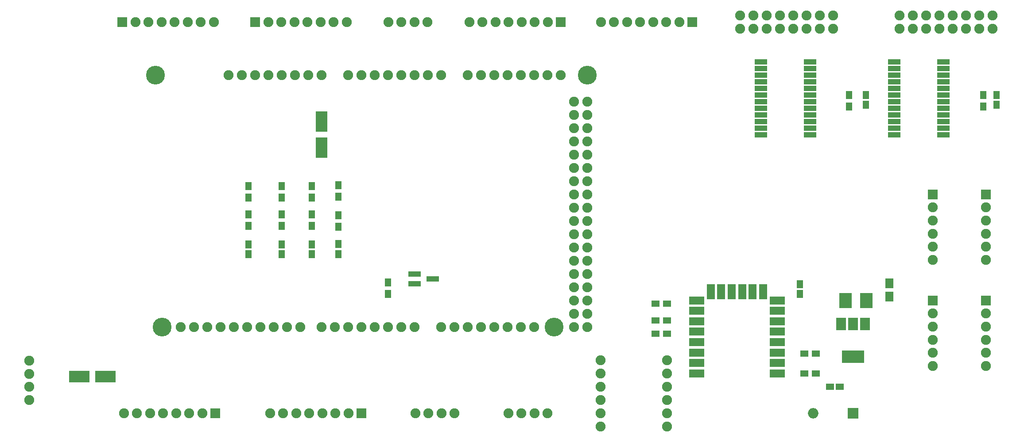
<source format=gts>
G04 #@! TF.FileFunction,Soldermask,Top*
%FSLAX46Y46*%
G04 Gerber Fmt 4.6, Leading zero omitted, Abs format (unit mm)*
G04 Created by KiCad (PCBNEW 4.0.7) date 01/22/18 23:51:58*
%MOMM*%
%LPD*%
G01*
G04 APERTURE LIST*
%ADD10C,0.100000*%
%ADD11R,1.900000X1.900000*%
%ADD12C,1.900000*%
%ADD13O,1.900000X1.900000*%
%ADD14C,3.600000*%
%ADD15R,2.900000X1.500000*%
%ADD16R,1.500000X2.900000*%
%ADD17R,4.200000X2.400000*%
%ADD18R,1.900000X2.400000*%
%ADD19R,2.400000X2.900000*%
%ADD20R,1.650000X1.900000*%
%ADD21R,2.400000X1.000000*%
%ADD22R,1.300000X1.600000*%
%ADD23R,1.600000X1.300000*%
%ADD24R,1.150000X1.600000*%
%ADD25R,1.600000X1.150000*%
%ADD26R,2.000000X2.000000*%
%ADD27O,2.000000X2.000000*%
%ADD28R,2.400000X1.050000*%
%ADD29R,2.200000X3.900000*%
%ADD30R,3.900000X2.200000*%
G04 APERTURE END LIST*
D10*
D11*
X156210000Y-49530000D03*
D12*
X153710000Y-49530000D03*
X151210000Y-49530000D03*
X148710000Y-49530000D03*
X146210000Y-49530000D03*
X143710000Y-49530000D03*
X141210000Y-49530000D03*
X138710000Y-49530000D03*
D11*
X181370000Y-49530000D03*
D12*
X178870000Y-49530000D03*
X176370000Y-49530000D03*
X173870000Y-49530000D03*
X171370000Y-49530000D03*
X168870000Y-49530000D03*
X166370000Y-49530000D03*
X163870000Y-49530000D03*
X54610000Y-121920000D03*
X54610000Y-119420000D03*
X54610000Y-116920000D03*
X54610000Y-114420000D03*
D11*
X118110000Y-124460000D03*
D12*
X115610000Y-124460000D03*
X113110000Y-124460000D03*
X110610000Y-124460000D03*
X108110000Y-124460000D03*
X105610000Y-124460000D03*
X103110000Y-124460000D03*
X100610000Y-124460000D03*
D11*
X90170000Y-124460000D03*
D12*
X87670000Y-124460000D03*
X85170000Y-124460000D03*
X82670000Y-124460000D03*
X80170000Y-124460000D03*
X77670000Y-124460000D03*
X75170000Y-124460000D03*
X72670000Y-124460000D03*
X123230000Y-49530000D03*
X125730000Y-49530000D03*
X128230000Y-49530000D03*
X130730000Y-49530000D03*
D11*
X97790000Y-49530000D03*
D12*
X100290000Y-49530000D03*
X102790000Y-49530000D03*
X105290000Y-49530000D03*
X107790000Y-49530000D03*
X110290000Y-49530000D03*
X112790000Y-49530000D03*
X115290000Y-49530000D03*
D11*
X72390000Y-49530000D03*
D12*
X74890000Y-49530000D03*
X77390000Y-49530000D03*
X79890000Y-49530000D03*
X82390000Y-49530000D03*
X84890000Y-49530000D03*
X87390000Y-49530000D03*
X89890000Y-49530000D03*
X153670000Y-124460000D03*
X151170000Y-124460000D03*
X148670000Y-124460000D03*
X146170000Y-124460000D03*
X135890000Y-124460000D03*
X133390000Y-124460000D03*
X130890000Y-124460000D03*
X128390000Y-124460000D03*
D11*
X227330000Y-102870000D03*
D12*
X227330000Y-105370000D03*
X227330000Y-107870000D03*
X227330000Y-110370000D03*
X227330000Y-112870000D03*
X227330000Y-115370000D03*
D11*
X237490000Y-102870000D03*
D12*
X237490000Y-105370000D03*
X237490000Y-107870000D03*
X237490000Y-110370000D03*
X237490000Y-112870000D03*
X237490000Y-115370000D03*
D11*
X227330000Y-82550000D03*
D12*
X227330000Y-85050000D03*
X227330000Y-87550000D03*
X227330000Y-90050000D03*
X227330000Y-92550000D03*
X227330000Y-95050000D03*
D11*
X237490000Y-82550000D03*
D12*
X237490000Y-85050000D03*
X237490000Y-87550000D03*
X237490000Y-90050000D03*
X237490000Y-92550000D03*
X237490000Y-95050000D03*
X238760000Y-48260000D03*
X238760000Y-50800000D03*
X236220000Y-48260000D03*
X236220000Y-50800000D03*
X233680000Y-48260000D03*
X233680000Y-50800000D03*
X231140000Y-48260000D03*
X231140000Y-50800000D03*
X228600000Y-48260000D03*
X228600000Y-50800000D03*
X226060000Y-48260000D03*
X226060000Y-50800000D03*
X223520000Y-48260000D03*
X223520000Y-50800000D03*
X220980000Y-48260000D03*
X220980000Y-50800000D03*
X208280000Y-48260000D03*
X208280000Y-50800000D03*
X205740000Y-48260000D03*
X205740000Y-50800000D03*
X203200000Y-48260000D03*
X203200000Y-50800000D03*
X200660000Y-48260000D03*
X200660000Y-50800000D03*
X198120000Y-48260000D03*
X198120000Y-50800000D03*
X195580000Y-48260000D03*
X195580000Y-50800000D03*
X193040000Y-48260000D03*
X193040000Y-50800000D03*
X190500000Y-48260000D03*
X190500000Y-50800000D03*
X115570000Y-59690000D03*
X110490000Y-59690000D03*
X107950000Y-59690000D03*
X105410000Y-59690000D03*
X102870000Y-59690000D03*
X100330000Y-59690000D03*
X97790000Y-59690000D03*
X95250000Y-59690000D03*
D13*
X151130000Y-107950000D03*
D12*
X148590000Y-107950000D03*
D13*
X146050000Y-107950000D03*
X143510000Y-107950000D03*
X140970000Y-107950000D03*
D12*
X138430000Y-107950000D03*
X135890000Y-107950000D03*
X133350000Y-107950000D03*
X128270000Y-107950000D03*
X125730000Y-107950000D03*
X123190000Y-107950000D03*
X120650000Y-107950000D03*
X118110000Y-107950000D03*
X115570000Y-107950000D03*
X113030000Y-107950000D03*
X110490000Y-107950000D03*
X91186000Y-107950000D03*
X106426000Y-107950000D03*
X103886000Y-107950000D03*
X101346000Y-107950000D03*
D14*
X154940000Y-107950000D03*
X80010000Y-107950000D03*
X161290000Y-59690000D03*
X78740000Y-59690000D03*
D12*
X83566000Y-107950000D03*
X86106000Y-107950000D03*
X88646000Y-107950000D03*
X93726000Y-107950000D03*
X96266000Y-107950000D03*
X98806000Y-107950000D03*
X92710000Y-59690000D03*
X118110000Y-59690000D03*
X120650000Y-59690000D03*
X123190000Y-59690000D03*
X125730000Y-59690000D03*
X128270000Y-59690000D03*
X130810000Y-59690000D03*
X133350000Y-59690000D03*
X138430000Y-59690000D03*
X140970000Y-59690000D03*
X143510000Y-59690000D03*
X146050000Y-59690000D03*
X148590000Y-59690000D03*
X151130000Y-59690000D03*
X153670000Y-59690000D03*
X156210000Y-59690000D03*
D13*
X158750000Y-107950000D03*
X161290000Y-107950000D03*
X158750000Y-105410000D03*
X161290000Y-105410000D03*
X158750000Y-102870000D03*
X161290000Y-102870000D03*
X158750000Y-100330000D03*
X161290000Y-100330000D03*
X158750000Y-97790000D03*
X161290000Y-97790000D03*
X158750000Y-95250000D03*
X161290000Y-95250000D03*
X158750000Y-92710000D03*
X161290000Y-92710000D03*
D12*
X158750000Y-90170000D03*
X161290000Y-90170000D03*
X158750000Y-87630000D03*
X161290000Y-87630000D03*
X158750000Y-85090000D03*
X161290000Y-85090000D03*
D13*
X158750000Y-82550000D03*
X161290000Y-82550000D03*
D12*
X158750000Y-80010000D03*
D13*
X161290000Y-80010000D03*
X158750000Y-77470000D03*
X161290000Y-77470000D03*
D12*
X158750000Y-74930000D03*
X161290000Y-74930000D03*
X158750000Y-72390000D03*
X161290000Y-72390000D03*
X158750000Y-69850000D03*
X161290000Y-69850000D03*
X158750000Y-67310000D03*
X161290000Y-67310000D03*
X158750000Y-64770000D03*
X161290000Y-64770000D03*
D15*
X197550000Y-116840000D03*
X197550000Y-114840000D03*
X197550000Y-112840000D03*
X197550000Y-110840000D03*
X197550000Y-108840000D03*
X197550000Y-106840000D03*
X197550000Y-104840000D03*
X197550000Y-102840000D03*
X182150000Y-102840000D03*
X182150000Y-104840000D03*
X182150000Y-106840000D03*
X182150000Y-108840000D03*
X182150000Y-110840000D03*
X182150000Y-112840000D03*
X182150000Y-114840000D03*
X182150000Y-116840000D03*
D16*
X194860000Y-101140000D03*
X192860000Y-101140000D03*
X190860000Y-101140000D03*
X188860000Y-101140000D03*
X186860000Y-101140000D03*
X184860000Y-101140000D03*
D17*
X212090000Y-113665000D03*
D18*
X212090000Y-107365000D03*
X209790000Y-107365000D03*
X214390000Y-107365000D03*
D19*
X210630000Y-102870000D03*
X214630000Y-102870000D03*
D20*
X219030000Y-99600000D03*
X219030000Y-102100000D03*
D21*
X219965000Y-57150000D03*
X219965000Y-58420000D03*
X219965000Y-59690000D03*
X219965000Y-60960000D03*
X219965000Y-62230000D03*
X219965000Y-63500000D03*
X219965000Y-64770000D03*
X219965000Y-66040000D03*
X219965000Y-67310000D03*
X219965000Y-68580000D03*
X219965000Y-69850000D03*
X219965000Y-71120000D03*
X229365000Y-71120000D03*
X229365000Y-69850000D03*
X229365000Y-68580000D03*
X229365000Y-67310000D03*
X229365000Y-66040000D03*
X229365000Y-64770000D03*
X229365000Y-63500000D03*
X229365000Y-62230000D03*
X229365000Y-60960000D03*
X229365000Y-59690000D03*
X229365000Y-58420000D03*
X229365000Y-57150000D03*
X194435000Y-57150000D03*
X194435000Y-58420000D03*
X194435000Y-59690000D03*
X194435000Y-60960000D03*
X194435000Y-62230000D03*
X194435000Y-63500000D03*
X194435000Y-64770000D03*
X194435000Y-66040000D03*
X194435000Y-67310000D03*
X194435000Y-68580000D03*
X194435000Y-69850000D03*
X194435000Y-71120000D03*
X203835000Y-71120000D03*
X203835000Y-69850000D03*
X203835000Y-68580000D03*
X203835000Y-67310000D03*
X203835000Y-66040000D03*
X203835000Y-64770000D03*
X203835000Y-63500000D03*
X203835000Y-62230000D03*
X203835000Y-60960000D03*
X203835000Y-59690000D03*
X203835000Y-58420000D03*
X203835000Y-57150000D03*
D22*
X96520000Y-88560000D03*
X96520000Y-86360000D03*
X102870000Y-88560000D03*
X102870000Y-86360000D03*
X108585000Y-88560000D03*
X108585000Y-86360000D03*
X113665000Y-88730000D03*
X113665000Y-86530000D03*
X113665000Y-80815000D03*
X113665000Y-83015000D03*
X108585000Y-80985000D03*
X108585000Y-83185000D03*
X102870000Y-80985000D03*
X102870000Y-83185000D03*
X96520000Y-80985000D03*
X96520000Y-83185000D03*
D23*
X176530000Y-109220000D03*
X174330000Y-109220000D03*
X176530000Y-106680000D03*
X174330000Y-106680000D03*
D22*
X236982000Y-63500000D03*
X236982000Y-65700000D03*
D23*
X176530000Y-103505000D03*
X174330000Y-103505000D03*
X204935000Y-113030000D03*
X202735000Y-113030000D03*
X204935000Y-116840000D03*
X202735000Y-116840000D03*
D22*
X211328000Y-63500000D03*
X211328000Y-65700000D03*
X123190000Y-99400000D03*
X123190000Y-101600000D03*
D24*
X113665000Y-93975000D03*
X113665000Y-92075000D03*
X108585000Y-93980000D03*
X108585000Y-92080000D03*
X102870000Y-93980000D03*
X102870000Y-92080000D03*
X96520000Y-93980000D03*
X96520000Y-92080000D03*
X239522000Y-63500000D03*
X239522000Y-65400000D03*
X214503000Y-63500000D03*
X214503000Y-65400000D03*
D25*
X209545000Y-119380000D03*
X207645000Y-119380000D03*
D24*
X201930000Y-99700000D03*
X201930000Y-101600000D03*
D26*
X212090000Y-124460000D03*
D27*
X204470000Y-124460000D03*
D28*
X128270000Y-97795000D03*
X128270000Y-99695000D03*
X131690000Y-98745000D03*
D29*
X110490000Y-68620000D03*
X110490000Y-73620000D03*
D30*
X69175000Y-117475000D03*
X64175000Y-117475000D03*
D12*
X163830000Y-127000000D03*
X163830000Y-124460000D03*
X163830000Y-121920000D03*
X163830000Y-119380000D03*
X163830000Y-116840000D03*
X163830000Y-114300000D03*
X176530000Y-127000000D03*
X176530000Y-124460000D03*
X176530000Y-121920000D03*
X176530000Y-119380000D03*
X176530000Y-116840000D03*
X176530000Y-114300000D03*
M02*

</source>
